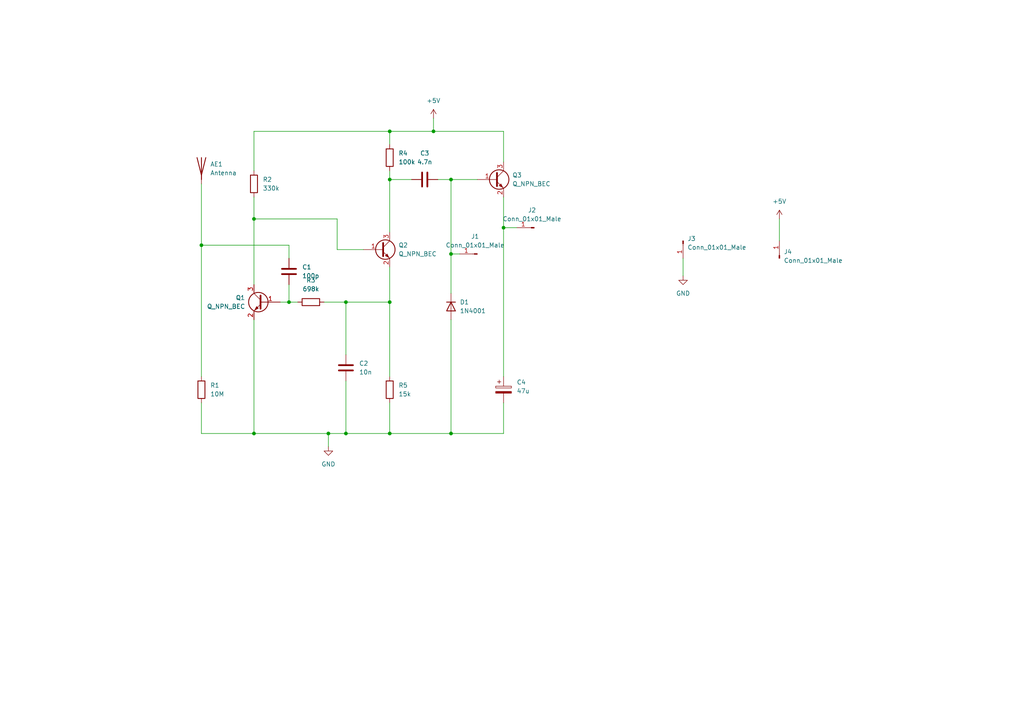
<source format=kicad_sch>
(kicad_sch (version 20211123) (generator eeschema)

  (uuid b13c04a4-296d-42bc-addc-9b44522c98ad)

  (paper "A4")

  (lib_symbols
    (symbol "Connector:Conn_01x01_Male" (pin_names (offset 1.016) hide) (in_bom yes) (on_board yes)
      (property "Reference" "J" (id 0) (at 0 2.54 0)
        (effects (font (size 1.27 1.27)))
      )
      (property "Value" "Conn_01x01_Male" (id 1) (at 0 -2.54 0)
        (effects (font (size 1.27 1.27)))
      )
      (property "Footprint" "" (id 2) (at 0 0 0)
        (effects (font (size 1.27 1.27)) hide)
      )
      (property "Datasheet" "~" (id 3) (at 0 0 0)
        (effects (font (size 1.27 1.27)) hide)
      )
      (property "ki_keywords" "connector" (id 4) (at 0 0 0)
        (effects (font (size 1.27 1.27)) hide)
      )
      (property "ki_description" "Generic connector, single row, 01x01, script generated (kicad-library-utils/schlib/autogen/connector/)" (id 5) (at 0 0 0)
        (effects (font (size 1.27 1.27)) hide)
      )
      (property "ki_fp_filters" "Connector*:*" (id 6) (at 0 0 0)
        (effects (font (size 1.27 1.27)) hide)
      )
      (symbol "Conn_01x01_Male_1_1"
        (polyline
          (pts
            (xy 1.27 0)
            (xy 0.8636 0)
          )
          (stroke (width 0.1524) (type default) (color 0 0 0 0))
          (fill (type none))
        )
        (rectangle (start 0.8636 0.127) (end 0 -0.127)
          (stroke (width 0.1524) (type default) (color 0 0 0 0))
          (fill (type outline))
        )
        (pin passive line (at 5.08 0 180) (length 3.81)
          (name "Pin_1" (effects (font (size 1.27 1.27))))
          (number "1" (effects (font (size 1.27 1.27))))
        )
      )
    )
    (symbol "Device:Antenna" (pin_numbers hide) (pin_names (offset 1.016) hide) (in_bom yes) (on_board yes)
      (property "Reference" "AE" (id 0) (at -1.905 1.905 0)
        (effects (font (size 1.27 1.27)) (justify right))
      )
      (property "Value" "Antenna" (id 1) (at -1.905 0 0)
        (effects (font (size 1.27 1.27)) (justify right))
      )
      (property "Footprint" "" (id 2) (at 0 0 0)
        (effects (font (size 1.27 1.27)) hide)
      )
      (property "Datasheet" "~" (id 3) (at 0 0 0)
        (effects (font (size 1.27 1.27)) hide)
      )
      (property "ki_keywords" "antenna" (id 4) (at 0 0 0)
        (effects (font (size 1.27 1.27)) hide)
      )
      (property "ki_description" "Antenna" (id 5) (at 0 0 0)
        (effects (font (size 1.27 1.27)) hide)
      )
      (symbol "Antenna_0_1"
        (polyline
          (pts
            (xy 0 2.54)
            (xy 0 -3.81)
          )
          (stroke (width 0.254) (type default) (color 0 0 0 0))
          (fill (type none))
        )
        (polyline
          (pts
            (xy 1.27 2.54)
            (xy 0 -2.54)
            (xy -1.27 2.54)
          )
          (stroke (width 0.254) (type default) (color 0 0 0 0))
          (fill (type none))
        )
      )
      (symbol "Antenna_1_1"
        (pin input line (at 0 -5.08 90) (length 2.54)
          (name "A" (effects (font (size 1.27 1.27))))
          (number "1" (effects (font (size 1.27 1.27))))
        )
      )
    )
    (symbol "Device:C" (pin_numbers hide) (pin_names (offset 0.254)) (in_bom yes) (on_board yes)
      (property "Reference" "C" (id 0) (at 0.635 2.54 0)
        (effects (font (size 1.27 1.27)) (justify left))
      )
      (property "Value" "C" (id 1) (at 0.635 -2.54 0)
        (effects (font (size 1.27 1.27)) (justify left))
      )
      (property "Footprint" "" (id 2) (at 0.9652 -3.81 0)
        (effects (font (size 1.27 1.27)) hide)
      )
      (property "Datasheet" "~" (id 3) (at 0 0 0)
        (effects (font (size 1.27 1.27)) hide)
      )
      (property "ki_keywords" "cap capacitor" (id 4) (at 0 0 0)
        (effects (font (size 1.27 1.27)) hide)
      )
      (property "ki_description" "Unpolarized capacitor" (id 5) (at 0 0 0)
        (effects (font (size 1.27 1.27)) hide)
      )
      (property "ki_fp_filters" "C_*" (id 6) (at 0 0 0)
        (effects (font (size 1.27 1.27)) hide)
      )
      (symbol "C_0_1"
        (polyline
          (pts
            (xy -2.032 -0.762)
            (xy 2.032 -0.762)
          )
          (stroke (width 0.508) (type default) (color 0 0 0 0))
          (fill (type none))
        )
        (polyline
          (pts
            (xy -2.032 0.762)
            (xy 2.032 0.762)
          )
          (stroke (width 0.508) (type default) (color 0 0 0 0))
          (fill (type none))
        )
      )
      (symbol "C_1_1"
        (pin passive line (at 0 3.81 270) (length 2.794)
          (name "~" (effects (font (size 1.27 1.27))))
          (number "1" (effects (font (size 1.27 1.27))))
        )
        (pin passive line (at 0 -3.81 90) (length 2.794)
          (name "~" (effects (font (size 1.27 1.27))))
          (number "2" (effects (font (size 1.27 1.27))))
        )
      )
    )
    (symbol "Device:C_Polarized" (pin_numbers hide) (pin_names (offset 0.254)) (in_bom yes) (on_board yes)
      (property "Reference" "C" (id 0) (at 0.635 2.54 0)
        (effects (font (size 1.27 1.27)) (justify left))
      )
      (property "Value" "C_Polarized" (id 1) (at 0.635 -2.54 0)
        (effects (font (size 1.27 1.27)) (justify left))
      )
      (property "Footprint" "" (id 2) (at 0.9652 -3.81 0)
        (effects (font (size 1.27 1.27)) hide)
      )
      (property "Datasheet" "~" (id 3) (at 0 0 0)
        (effects (font (size 1.27 1.27)) hide)
      )
      (property "ki_keywords" "cap capacitor" (id 4) (at 0 0 0)
        (effects (font (size 1.27 1.27)) hide)
      )
      (property "ki_description" "Polarized capacitor" (id 5) (at 0 0 0)
        (effects (font (size 1.27 1.27)) hide)
      )
      (property "ki_fp_filters" "CP_*" (id 6) (at 0 0 0)
        (effects (font (size 1.27 1.27)) hide)
      )
      (symbol "C_Polarized_0_1"
        (rectangle (start -2.286 0.508) (end 2.286 1.016)
          (stroke (width 0) (type default) (color 0 0 0 0))
          (fill (type none))
        )
        (polyline
          (pts
            (xy -1.778 2.286)
            (xy -0.762 2.286)
          )
          (stroke (width 0) (type default) (color 0 0 0 0))
          (fill (type none))
        )
        (polyline
          (pts
            (xy -1.27 2.794)
            (xy -1.27 1.778)
          )
          (stroke (width 0) (type default) (color 0 0 0 0))
          (fill (type none))
        )
        (rectangle (start 2.286 -0.508) (end -2.286 -1.016)
          (stroke (width 0) (type default) (color 0 0 0 0))
          (fill (type outline))
        )
      )
      (symbol "C_Polarized_1_1"
        (pin passive line (at 0 3.81 270) (length 2.794)
          (name "~" (effects (font (size 1.27 1.27))))
          (number "1" (effects (font (size 1.27 1.27))))
        )
        (pin passive line (at 0 -3.81 90) (length 2.794)
          (name "~" (effects (font (size 1.27 1.27))))
          (number "2" (effects (font (size 1.27 1.27))))
        )
      )
    )
    (symbol "Device:Q_NPN_BEC" (pin_names (offset 0) hide) (in_bom yes) (on_board yes)
      (property "Reference" "Q" (id 0) (at 5.08 1.27 0)
        (effects (font (size 1.27 1.27)) (justify left))
      )
      (property "Value" "Q_NPN_BEC" (id 1) (at 5.08 -1.27 0)
        (effects (font (size 1.27 1.27)) (justify left))
      )
      (property "Footprint" "" (id 2) (at 5.08 2.54 0)
        (effects (font (size 1.27 1.27)) hide)
      )
      (property "Datasheet" "~" (id 3) (at 0 0 0)
        (effects (font (size 1.27 1.27)) hide)
      )
      (property "ki_keywords" "transistor NPN" (id 4) (at 0 0 0)
        (effects (font (size 1.27 1.27)) hide)
      )
      (property "ki_description" "NPN transistor, base/emitter/collector" (id 5) (at 0 0 0)
        (effects (font (size 1.27 1.27)) hide)
      )
      (symbol "Q_NPN_BEC_0_1"
        (polyline
          (pts
            (xy 0.635 0.635)
            (xy 2.54 2.54)
          )
          (stroke (width 0) (type default) (color 0 0 0 0))
          (fill (type none))
        )
        (polyline
          (pts
            (xy 0.635 -0.635)
            (xy 2.54 -2.54)
            (xy 2.54 -2.54)
          )
          (stroke (width 0) (type default) (color 0 0 0 0))
          (fill (type none))
        )
        (polyline
          (pts
            (xy 0.635 1.905)
            (xy 0.635 -1.905)
            (xy 0.635 -1.905)
          )
          (stroke (width 0.508) (type default) (color 0 0 0 0))
          (fill (type none))
        )
        (polyline
          (pts
            (xy 1.27 -1.778)
            (xy 1.778 -1.27)
            (xy 2.286 -2.286)
            (xy 1.27 -1.778)
            (xy 1.27 -1.778)
          )
          (stroke (width 0) (type default) (color 0 0 0 0))
          (fill (type outline))
        )
        (circle (center 1.27 0) (radius 2.8194)
          (stroke (width 0.254) (type default) (color 0 0 0 0))
          (fill (type none))
        )
      )
      (symbol "Q_NPN_BEC_1_1"
        (pin input line (at -5.08 0 0) (length 5.715)
          (name "B" (effects (font (size 1.27 1.27))))
          (number "1" (effects (font (size 1.27 1.27))))
        )
        (pin passive line (at 2.54 -5.08 90) (length 2.54)
          (name "E" (effects (font (size 1.27 1.27))))
          (number "2" (effects (font (size 1.27 1.27))))
        )
        (pin passive line (at 2.54 5.08 270) (length 2.54)
          (name "C" (effects (font (size 1.27 1.27))))
          (number "3" (effects (font (size 1.27 1.27))))
        )
      )
    )
    (symbol "Device:R" (pin_numbers hide) (pin_names (offset 0)) (in_bom yes) (on_board yes)
      (property "Reference" "R" (id 0) (at 2.032 0 90)
        (effects (font (size 1.27 1.27)))
      )
      (property "Value" "R" (id 1) (at 0 0 90)
        (effects (font (size 1.27 1.27)))
      )
      (property "Footprint" "" (id 2) (at -1.778 0 90)
        (effects (font (size 1.27 1.27)) hide)
      )
      (property "Datasheet" "~" (id 3) (at 0 0 0)
        (effects (font (size 1.27 1.27)) hide)
      )
      (property "ki_keywords" "R res resistor" (id 4) (at 0 0 0)
        (effects (font (size 1.27 1.27)) hide)
      )
      (property "ki_description" "Resistor" (id 5) (at 0 0 0)
        (effects (font (size 1.27 1.27)) hide)
      )
      (property "ki_fp_filters" "R_*" (id 6) (at 0 0 0)
        (effects (font (size 1.27 1.27)) hide)
      )
      (symbol "R_0_1"
        (rectangle (start -1.016 -2.54) (end 1.016 2.54)
          (stroke (width 0.254) (type default) (color 0 0 0 0))
          (fill (type none))
        )
      )
      (symbol "R_1_1"
        (pin passive line (at 0 3.81 270) (length 1.27)
          (name "~" (effects (font (size 1.27 1.27))))
          (number "1" (effects (font (size 1.27 1.27))))
        )
        (pin passive line (at 0 -3.81 90) (length 1.27)
          (name "~" (effects (font (size 1.27 1.27))))
          (number "2" (effects (font (size 1.27 1.27))))
        )
      )
    )
    (symbol "Diode:1N4001" (pin_numbers hide) (pin_names (offset 1.016) hide) (in_bom yes) (on_board yes)
      (property "Reference" "D" (id 0) (at 0 2.54 0)
        (effects (font (size 1.27 1.27)))
      )
      (property "Value" "1N4001" (id 1) (at 0 -2.54 0)
        (effects (font (size 1.27 1.27)))
      )
      (property "Footprint" "Diode_THT:D_DO-41_SOD81_P10.16mm_Horizontal" (id 2) (at 0 -4.445 0)
        (effects (font (size 1.27 1.27)) hide)
      )
      (property "Datasheet" "http://www.vishay.com/docs/88503/1n4001.pdf" (id 3) (at 0 0 0)
        (effects (font (size 1.27 1.27)) hide)
      )
      (property "ki_keywords" "diode" (id 4) (at 0 0 0)
        (effects (font (size 1.27 1.27)) hide)
      )
      (property "ki_description" "50V 1A General Purpose Rectifier Diode, DO-41" (id 5) (at 0 0 0)
        (effects (font (size 1.27 1.27)) hide)
      )
      (property "ki_fp_filters" "D*DO?41*" (id 6) (at 0 0 0)
        (effects (font (size 1.27 1.27)) hide)
      )
      (symbol "1N4001_0_1"
        (polyline
          (pts
            (xy -1.27 1.27)
            (xy -1.27 -1.27)
          )
          (stroke (width 0.254) (type default) (color 0 0 0 0))
          (fill (type none))
        )
        (polyline
          (pts
            (xy 1.27 0)
            (xy -1.27 0)
          )
          (stroke (width 0) (type default) (color 0 0 0 0))
          (fill (type none))
        )
        (polyline
          (pts
            (xy 1.27 1.27)
            (xy 1.27 -1.27)
            (xy -1.27 0)
            (xy 1.27 1.27)
          )
          (stroke (width 0.254) (type default) (color 0 0 0 0))
          (fill (type none))
        )
      )
      (symbol "1N4001_1_1"
        (pin passive line (at -3.81 0 0) (length 2.54)
          (name "K" (effects (font (size 1.27 1.27))))
          (number "1" (effects (font (size 1.27 1.27))))
        )
        (pin passive line (at 3.81 0 180) (length 2.54)
          (name "A" (effects (font (size 1.27 1.27))))
          (number "2" (effects (font (size 1.27 1.27))))
        )
      )
    )
    (symbol "power:+5V" (power) (pin_names (offset 0)) (in_bom yes) (on_board yes)
      (property "Reference" "#PWR" (id 0) (at 0 -3.81 0)
        (effects (font (size 1.27 1.27)) hide)
      )
      (property "Value" "+5V" (id 1) (at 0 3.556 0)
        (effects (font (size 1.27 1.27)))
      )
      (property "Footprint" "" (id 2) (at 0 0 0)
        (effects (font (size 1.27 1.27)) hide)
      )
      (property "Datasheet" "" (id 3) (at 0 0 0)
        (effects (font (size 1.27 1.27)) hide)
      )
      (property "ki_keywords" "power-flag" (id 4) (at 0 0 0)
        (effects (font (size 1.27 1.27)) hide)
      )
      (property "ki_description" "Power symbol creates a global label with name \"+5V\"" (id 5) (at 0 0 0)
        (effects (font (size 1.27 1.27)) hide)
      )
      (symbol "+5V_0_1"
        (polyline
          (pts
            (xy -0.762 1.27)
            (xy 0 2.54)
          )
          (stroke (width 0) (type default) (color 0 0 0 0))
          (fill (type none))
        )
        (polyline
          (pts
            (xy 0 0)
            (xy 0 2.54)
          )
          (stroke (width 0) (type default) (color 0 0 0 0))
          (fill (type none))
        )
        (polyline
          (pts
            (xy 0 2.54)
            (xy 0.762 1.27)
          )
          (stroke (width 0) (type default) (color 0 0 0 0))
          (fill (type none))
        )
      )
      (symbol "+5V_1_1"
        (pin power_in line (at 0 0 90) (length 0) hide
          (name "+5V" (effects (font (size 1.27 1.27))))
          (number "1" (effects (font (size 1.27 1.27))))
        )
      )
    )
    (symbol "power:GND" (power) (pin_names (offset 0)) (in_bom yes) (on_board yes)
      (property "Reference" "#PWR" (id 0) (at 0 -6.35 0)
        (effects (font (size 1.27 1.27)) hide)
      )
      (property "Value" "GND" (id 1) (at 0 -3.81 0)
        (effects (font (size 1.27 1.27)))
      )
      (property "Footprint" "" (id 2) (at 0 0 0)
        (effects (font (size 1.27 1.27)) hide)
      )
      (property "Datasheet" "" (id 3) (at 0 0 0)
        (effects (font (size 1.27 1.27)) hide)
      )
      (property "ki_keywords" "power-flag" (id 4) (at 0 0 0)
        (effects (font (size 1.27 1.27)) hide)
      )
      (property "ki_description" "Power symbol creates a global label with name \"GND\" , ground" (id 5) (at 0 0 0)
        (effects (font (size 1.27 1.27)) hide)
      )
      (symbol "GND_0_1"
        (polyline
          (pts
            (xy 0 0)
            (xy 0 -1.27)
            (xy 1.27 -1.27)
            (xy 0 -2.54)
            (xy -1.27 -1.27)
            (xy 0 -1.27)
          )
          (stroke (width 0) (type default) (color 0 0 0 0))
          (fill (type none))
        )
      )
      (symbol "GND_1_1"
        (pin power_in line (at 0 0 270) (length 0) hide
          (name "GND" (effects (font (size 1.27 1.27))))
          (number "1" (effects (font (size 1.27 1.27))))
        )
      )
    )
  )

  (junction (at 130.81 73.66) (diameter 0) (color 0 0 0 0)
    (uuid 00fcf233-95db-4e96-8e0e-535478902c51)
  )
  (junction (at 73.66 125.73) (diameter 0) (color 0 0 0 0)
    (uuid 087e7e53-9a34-4be7-b693-bc4cb845150d)
  )
  (junction (at 130.81 125.73) (diameter 0) (color 0 0 0 0)
    (uuid 145170ee-c9d1-4cbb-9206-cf6fdbeafac3)
  )
  (junction (at 73.66 63.5) (diameter 0) (color 0 0 0 0)
    (uuid 2f77f545-ef84-4c1a-9ea2-1061f3913c54)
  )
  (junction (at 130.81 52.07) (diameter 0) (color 0 0 0 0)
    (uuid 44507f37-6086-4200-a839-c6daa2e9dd0e)
  )
  (junction (at 100.33 87.63) (diameter 0) (color 0 0 0 0)
    (uuid 5a230d44-16e6-421c-82e6-2839360bccc6)
  )
  (junction (at 95.25 125.73) (diameter 0) (color 0 0 0 0)
    (uuid 72697c0c-c092-4dcf-a9fb-d4aa2e18b244)
  )
  (junction (at 113.03 125.73) (diameter 0) (color 0 0 0 0)
    (uuid 73239166-d4c4-4159-87bc-b5e7ea02cebf)
  )
  (junction (at 100.33 125.73) (diameter 0) (color 0 0 0 0)
    (uuid 891e4526-0e6c-47c1-9955-198c20594c29)
  )
  (junction (at 83.82 87.63) (diameter 0) (color 0 0 0 0)
    (uuid 8c3bba82-ad52-4b17-9512-5c9c60ce3544)
  )
  (junction (at 113.03 52.07) (diameter 0) (color 0 0 0 0)
    (uuid 9b701a7b-fb16-4506-bfd3-11b800f478fe)
  )
  (junction (at 113.03 38.1) (diameter 0) (color 0 0 0 0)
    (uuid bdbd083b-45e9-4e62-8f4b-868e9f562459)
  )
  (junction (at 58.42 71.12) (diameter 0) (color 0 0 0 0)
    (uuid c0f0e2f0-f7a5-467e-acd2-da1aedc8b923)
  )
  (junction (at 113.03 87.63) (diameter 0) (color 0 0 0 0)
    (uuid de5ad805-ec86-42a8-929f-16e45591dfca)
  )
  (junction (at 125.73 38.1) (diameter 0) (color 0 0 0 0)
    (uuid eb9fbcdc-9593-42bc-8eea-8927cb4e21cf)
  )
  (junction (at 146.05 66.04) (diameter 0) (color 0 0 0 0)
    (uuid fa387b1d-dec8-4f37-a64a-cc41d22d7911)
  )

  (wire (pts (xy 100.33 125.73) (xy 113.03 125.73))
    (stroke (width 0) (type default) (color 0 0 0 0))
    (uuid 074ae0de-9c69-4f73-8329-ee79025924bc)
  )
  (wire (pts (xy 83.82 87.63) (xy 86.36 87.63))
    (stroke (width 0) (type default) (color 0 0 0 0))
    (uuid 16d7e283-eb63-4454-9952-1b53f65198d1)
  )
  (wire (pts (xy 73.66 57.15) (xy 73.66 63.5))
    (stroke (width 0) (type default) (color 0 0 0 0))
    (uuid 18ef43f5-fb53-4a9d-b7c2-43ce7e123bc7)
  )
  (wire (pts (xy 73.66 92.71) (xy 73.66 125.73))
    (stroke (width 0) (type default) (color 0 0 0 0))
    (uuid 1941ab30-0d70-4ac2-8e6c-38792627dbfc)
  )
  (wire (pts (xy 146.05 38.1) (xy 146.05 46.99))
    (stroke (width 0) (type default) (color 0 0 0 0))
    (uuid 1a06d66c-4700-4aca-9d77-f1a6d74d42d7)
  )
  (wire (pts (xy 58.42 116.84) (xy 58.42 125.73))
    (stroke (width 0) (type default) (color 0 0 0 0))
    (uuid 1cca5486-cc3b-444d-8839-b7c975084e3f)
  )
  (wire (pts (xy 100.33 87.63) (xy 113.03 87.63))
    (stroke (width 0) (type default) (color 0 0 0 0))
    (uuid 23762f14-351f-4f65-a3e8-9f73fafbbd3e)
  )
  (wire (pts (xy 73.66 63.5) (xy 73.66 82.55))
    (stroke (width 0) (type default) (color 0 0 0 0))
    (uuid 24af3171-b9bc-4ccb-bd14-d0539f6cd566)
  )
  (wire (pts (xy 146.05 109.22) (xy 146.05 66.04))
    (stroke (width 0) (type default) (color 0 0 0 0))
    (uuid 295f70de-1882-4d58-b09b-1e3f6dd0423d)
  )
  (wire (pts (xy 130.81 52.07) (xy 130.81 73.66))
    (stroke (width 0) (type default) (color 0 0 0 0))
    (uuid 2b8cd258-4329-4f83-b967-ee506fe581aa)
  )
  (wire (pts (xy 125.73 38.1) (xy 146.05 38.1))
    (stroke (width 0) (type default) (color 0 0 0 0))
    (uuid 373252a2-d961-4207-9281-e9c794f3b7e1)
  )
  (wire (pts (xy 81.28 87.63) (xy 83.82 87.63))
    (stroke (width 0) (type default) (color 0 0 0 0))
    (uuid 38a01b13-620f-47c7-8d6a-8f335dbb5481)
  )
  (wire (pts (xy 127 52.07) (xy 130.81 52.07))
    (stroke (width 0) (type default) (color 0 0 0 0))
    (uuid 3a3c96d8-8c3f-452b-909b-83ab7be2ba71)
  )
  (wire (pts (xy 226.06 63.5) (xy 226.06 69.85))
    (stroke (width 0) (type default) (color 0 0 0 0))
    (uuid 406b4340-6cec-40c5-a371-9da45894174d)
  )
  (wire (pts (xy 83.82 82.55) (xy 83.82 87.63))
    (stroke (width 0) (type default) (color 0 0 0 0))
    (uuid 448f00ba-48a8-4aa8-a835-39f03e363c6e)
  )
  (wire (pts (xy 93.98 87.63) (xy 100.33 87.63))
    (stroke (width 0) (type default) (color 0 0 0 0))
    (uuid 46aa6363-cb6a-4c3f-8f62-15ab1323fba3)
  )
  (wire (pts (xy 113.03 52.07) (xy 113.03 49.53))
    (stroke (width 0) (type default) (color 0 0 0 0))
    (uuid 48dbf6a1-2b48-4093-9f64-c0877693fd01)
  )
  (wire (pts (xy 73.66 49.53) (xy 73.66 38.1))
    (stroke (width 0) (type default) (color 0 0 0 0))
    (uuid 54d49879-368a-4187-ba6f-6b1645a4ec6a)
  )
  (wire (pts (xy 113.03 87.63) (xy 113.03 109.22))
    (stroke (width 0) (type default) (color 0 0 0 0))
    (uuid 577e5114-627d-4fa6-ae64-c1d8b797544d)
  )
  (wire (pts (xy 130.81 73.66) (xy 133.35 73.66))
    (stroke (width 0) (type default) (color 0 0 0 0))
    (uuid 591ef582-a65b-4ea0-94f2-593890ccce40)
  )
  (wire (pts (xy 146.05 66.04) (xy 149.86 66.04))
    (stroke (width 0) (type default) (color 0 0 0 0))
    (uuid 61e2a477-e630-421d-ab60-21c9fb01a97e)
  )
  (wire (pts (xy 146.05 116.84) (xy 146.05 125.73))
    (stroke (width 0) (type default) (color 0 0 0 0))
    (uuid 67b92e74-4e72-4831-85cb-ce8a80c79fb6)
  )
  (wire (pts (xy 113.03 77.47) (xy 113.03 87.63))
    (stroke (width 0) (type default) (color 0 0 0 0))
    (uuid 7ab701f8-ff8d-4a60-b170-e28ad3672988)
  )
  (wire (pts (xy 113.03 52.07) (xy 119.38 52.07))
    (stroke (width 0) (type default) (color 0 0 0 0))
    (uuid 83d3ff8f-d084-473c-ba42-c9b0f53c1ba6)
  )
  (wire (pts (xy 58.42 71.12) (xy 83.82 71.12))
    (stroke (width 0) (type default) (color 0 0 0 0))
    (uuid 888e7e5b-d254-4066-b87a-8e22f17432ec)
  )
  (wire (pts (xy 73.66 38.1) (xy 113.03 38.1))
    (stroke (width 0) (type default) (color 0 0 0 0))
    (uuid 89eda189-3c13-4c4a-8d5e-7749f7e89af1)
  )
  (wire (pts (xy 97.79 72.39) (xy 105.41 72.39))
    (stroke (width 0) (type default) (color 0 0 0 0))
    (uuid 8fd20cf9-fe0b-4447-96a8-4ce130ab6f0c)
  )
  (wire (pts (xy 113.03 38.1) (xy 113.03 41.91))
    (stroke (width 0) (type default) (color 0 0 0 0))
    (uuid 96687062-c086-40ea-b893-5dff21074b72)
  )
  (wire (pts (xy 113.03 38.1) (xy 125.73 38.1))
    (stroke (width 0) (type default) (color 0 0 0 0))
    (uuid 99088a38-92d0-4240-b877-25c433381ef0)
  )
  (wire (pts (xy 113.03 125.73) (xy 130.81 125.73))
    (stroke (width 0) (type default) (color 0 0 0 0))
    (uuid aaa1d6e6-7c2b-4141-8252-fa6286415e9d)
  )
  (wire (pts (xy 198.12 74.93) (xy 198.12 80.01))
    (stroke (width 0) (type default) (color 0 0 0 0))
    (uuid b2713117-ba96-4174-b469-7d51c2eee97e)
  )
  (wire (pts (xy 130.81 52.07) (xy 138.43 52.07))
    (stroke (width 0) (type default) (color 0 0 0 0))
    (uuid b437cb63-b2c3-4983-b239-25ae3dc358e4)
  )
  (wire (pts (xy 130.81 73.66) (xy 130.81 85.09))
    (stroke (width 0) (type default) (color 0 0 0 0))
    (uuid b599ca66-0e82-4556-96db-17a82781439f)
  )
  (wire (pts (xy 97.79 63.5) (xy 73.66 63.5))
    (stroke (width 0) (type default) (color 0 0 0 0))
    (uuid bbc1be13-69a6-4397-8e20-c07c65a1cff6)
  )
  (wire (pts (xy 95.25 129.54) (xy 95.25 125.73))
    (stroke (width 0) (type default) (color 0 0 0 0))
    (uuid c9eaa672-3771-4d61-94c8-cf8db47a8182)
  )
  (wire (pts (xy 130.81 125.73) (xy 146.05 125.73))
    (stroke (width 0) (type default) (color 0 0 0 0))
    (uuid cc768904-2018-4c31-8f3f-e3b1baf118a1)
  )
  (wire (pts (xy 146.05 66.04) (xy 146.05 57.15))
    (stroke (width 0) (type default) (color 0 0 0 0))
    (uuid cf4987af-bd97-4ae7-b4d8-d5a57bd9e7a0)
  )
  (wire (pts (xy 83.82 74.93) (xy 83.82 71.12))
    (stroke (width 0) (type default) (color 0 0 0 0))
    (uuid cf9a83f9-f218-454f-bedb-ab7989f69168)
  )
  (wire (pts (xy 113.03 116.84) (xy 113.03 125.73))
    (stroke (width 0) (type default) (color 0 0 0 0))
    (uuid d00f7168-0fde-4d3c-8f4d-b004043b6ec4)
  )
  (wire (pts (xy 58.42 53.34) (xy 58.42 71.12))
    (stroke (width 0) (type default) (color 0 0 0 0))
    (uuid d1074369-fe41-4d5e-999f-1c49a1be1fa0)
  )
  (wire (pts (xy 100.33 87.63) (xy 100.33 102.87))
    (stroke (width 0) (type default) (color 0 0 0 0))
    (uuid d2c209b5-6125-4b2d-99c3-f512210d4ff7)
  )
  (wire (pts (xy 58.42 109.22) (xy 58.42 71.12))
    (stroke (width 0) (type default) (color 0 0 0 0))
    (uuid d80353bf-77e0-4c00-b233-820852e4103c)
  )
  (wire (pts (xy 58.42 125.73) (xy 73.66 125.73))
    (stroke (width 0) (type default) (color 0 0 0 0))
    (uuid d882c7f6-cbf7-4ee9-9dff-aa6672e908da)
  )
  (wire (pts (xy 113.03 67.31) (xy 113.03 52.07))
    (stroke (width 0) (type default) (color 0 0 0 0))
    (uuid dbc530c4-0e26-45fb-b839-8032ab2bf510)
  )
  (wire (pts (xy 100.33 110.49) (xy 100.33 125.73))
    (stroke (width 0) (type default) (color 0 0 0 0))
    (uuid df9dbfe8-9134-49a1-9cc1-902273cc22a7)
  )
  (wire (pts (xy 97.79 72.39) (xy 97.79 63.5))
    (stroke (width 0) (type default) (color 0 0 0 0))
    (uuid e77e20e9-6607-4d92-855a-641975b96f62)
  )
  (wire (pts (xy 130.81 92.71) (xy 130.81 125.73))
    (stroke (width 0) (type default) (color 0 0 0 0))
    (uuid e78aef84-c022-48c4-b95d-fb3040879b73)
  )
  (wire (pts (xy 95.25 125.73) (xy 100.33 125.73))
    (stroke (width 0) (type default) (color 0 0 0 0))
    (uuid e8f35b9a-98b2-4a69-a24a-b65404976c42)
  )
  (wire (pts (xy 73.66 125.73) (xy 95.25 125.73))
    (stroke (width 0) (type default) (color 0 0 0 0))
    (uuid eaef509d-bfa6-4590-b8eb-16c730ea939b)
  )
  (wire (pts (xy 125.73 34.29) (xy 125.73 38.1))
    (stroke (width 0) (type default) (color 0 0 0 0))
    (uuid ef0dbd1e-75df-4f76-93cc-e617b56aa2e9)
  )

  (symbol (lib_id "Device:R") (at 113.03 113.03 180) (unit 1)
    (in_bom yes) (on_board yes) (fields_autoplaced)
    (uuid 06d597d3-0fed-4455-b33c-f7fc1784d2a7)
    (property "Reference" "R5" (id 0) (at 115.57 111.7599 0)
      (effects (font (size 1.27 1.27)) (justify right))
    )
    (property "Value" "15k" (id 1) (at 115.57 114.2999 0)
      (effects (font (size 1.27 1.27)) (justify right))
    )
    (property "Footprint" "Resistor_SMD:R_0805_2012Metric" (id 2) (at 114.808 113.03 90)
      (effects (font (size 1.27 1.27)) hide)
    )
    (property "Datasheet" "~" (id 3) (at 113.03 113.03 0)
      (effects (font (size 1.27 1.27)) hide)
    )
    (pin "1" (uuid c53e2716-0533-4a20-94f3-92051ebdd1f2))
    (pin "2" (uuid f2cda695-01c2-4ab8-a484-4fda7bed6093))
  )

  (symbol (lib_id "Connector:Conn_01x01_Male") (at 226.06 74.93 90) (unit 1)
    (in_bom yes) (on_board yes) (fields_autoplaced)
    (uuid 1cab8252-f2bc-4ef4-83dc-e488e2c5172b)
    (property "Reference" "J4" (id 0) (at 227.33 73.0249 90)
      (effects (font (size 1.27 1.27)) (justify right))
    )
    (property "Value" "Conn_01x01_Male" (id 1) (at 227.33 75.5649 90)
      (effects (font (size 1.27 1.27)) (justify right))
    )
    (property "Footprint" "Connector_PinHeader_2.54mm:PinHeader_1x01_P2.54mm_Vertical" (id 2) (at 226.06 74.93 0)
      (effects (font (size 1.27 1.27)) hide)
    )
    (property "Datasheet" "~" (id 3) (at 226.06 74.93 0)
      (effects (font (size 1.27 1.27)) hide)
    )
    (pin "1" (uuid efc2f557-555e-4c19-9870-45214eefbbfb))
  )

  (symbol (lib_id "Device:C_Polarized") (at 146.05 113.03 0) (unit 1)
    (in_bom yes) (on_board yes) (fields_autoplaced)
    (uuid 20318b9f-c1f9-4b7f-99f0-3c0f1e43de67)
    (property "Reference" "C4" (id 0) (at 149.86 110.8709 0)
      (effects (font (size 1.27 1.27)) (justify left))
    )
    (property "Value" "47u" (id 1) (at 149.86 113.4109 0)
      (effects (font (size 1.27 1.27)) (justify left))
    )
    (property "Footprint" "Capacitor_SMD:CP_Elec_6.3x5.8" (id 2) (at 147.0152 116.84 0)
      (effects (font (size 1.27 1.27)) hide)
    )
    (property "Datasheet" "~" (id 3) (at 146.05 113.03 0)
      (effects (font (size 1.27 1.27)) hide)
    )
    (pin "1" (uuid 014fa420-4e11-443c-9c19-3e570312d985))
    (pin "2" (uuid 7b9a1943-b41e-4c2d-9919-ed43543cd04d))
  )

  (symbol (lib_id "Device:R") (at 113.03 45.72 0) (unit 1)
    (in_bom yes) (on_board yes) (fields_autoplaced)
    (uuid 3387060e-b4b6-4289-aa2c-c24b0d59b531)
    (property "Reference" "R4" (id 0) (at 115.57 44.4499 0)
      (effects (font (size 1.27 1.27)) (justify left))
    )
    (property "Value" "100k" (id 1) (at 115.57 46.9899 0)
      (effects (font (size 1.27 1.27)) (justify left))
    )
    (property "Footprint" "Resistor_SMD:R_0805_2012Metric" (id 2) (at 111.252 45.72 90)
      (effects (font (size 1.27 1.27)) hide)
    )
    (property "Datasheet" "~" (id 3) (at 113.03 45.72 0)
      (effects (font (size 1.27 1.27)) hide)
    )
    (pin "1" (uuid 360d619f-1fd5-4b1d-ae30-0e518670a9d1))
    (pin "2" (uuid 7e790545-4b18-4ab6-ab83-60b4e94cf073))
  )

  (symbol (lib_id "Device:R") (at 90.17 87.63 90) (unit 1)
    (in_bom yes) (on_board yes) (fields_autoplaced)
    (uuid 3cbbe6d5-490a-41e6-905f-564952fe707b)
    (property "Reference" "R3" (id 0) (at 90.17 81.28 90))
    (property "Value" "698k" (id 1) (at 90.17 83.82 90))
    (property "Footprint" "Resistor_SMD:R_0805_2012Metric" (id 2) (at 90.17 89.408 90)
      (effects (font (size 1.27 1.27)) hide)
    )
    (property "Datasheet" "~" (id 3) (at 90.17 87.63 0)
      (effects (font (size 1.27 1.27)) hide)
    )
    (pin "1" (uuid f8022657-f820-458a-9a75-5588189fbb6f))
    (pin "2" (uuid 09695be7-f182-4628-9e13-324025d1594d))
  )

  (symbol (lib_id "Device:Q_NPN_BEC") (at 76.2 87.63 0) (mirror y) (unit 1)
    (in_bom yes) (on_board yes) (fields_autoplaced)
    (uuid 4b0751ce-0cb1-40d9-bcc8-b46eac04dfbb)
    (property "Reference" "Q1" (id 0) (at 71.12 86.3599 0)
      (effects (font (size 1.27 1.27)) (justify left))
    )
    (property "Value" "Q_NPN_BEC" (id 1) (at 71.12 88.8999 0)
      (effects (font (size 1.27 1.27)) (justify left))
    )
    (property "Footprint" "Package_TO_SOT_SMD:SOT-23" (id 2) (at 71.12 85.09 0)
      (effects (font (size 1.27 1.27)) hide)
    )
    (property "Datasheet" "~" (id 3) (at 76.2 87.63 0)
      (effects (font (size 1.27 1.27)) hide)
    )
    (pin "1" (uuid 1e5db215-e7b1-47c2-8b68-dd3edff80ace))
    (pin "2" (uuid 81b511f2-c15b-49d7-af30-24c63b6bcc63))
    (pin "3" (uuid a0ddcaad-609c-4658-8432-ac4c2b4c8d62))
  )

  (symbol (lib_id "Device:C") (at 83.82 78.74 0) (unit 1)
    (in_bom yes) (on_board yes) (fields_autoplaced)
    (uuid 63c46f34-ab69-484b-8e2e-d02ce5bd9cc4)
    (property "Reference" "C1" (id 0) (at 87.63 77.4699 0)
      (effects (font (size 1.27 1.27)) (justify left))
    )
    (property "Value" "100p" (id 1) (at 87.63 80.0099 0)
      (effects (font (size 1.27 1.27)) (justify left))
    )
    (property "Footprint" "Capacitor_SMD:C_0603_1608Metric" (id 2) (at 84.7852 82.55 0)
      (effects (font (size 1.27 1.27)) hide)
    )
    (property "Datasheet" "~" (id 3) (at 83.82 78.74 0)
      (effects (font (size 1.27 1.27)) hide)
    )
    (pin "1" (uuid 3434dc8d-8c63-4c87-b51c-2d12d370c1bb))
    (pin "2" (uuid 150c4afc-ea54-40c2-8c3b-4f82e9019d1e))
  )

  (symbol (lib_id "Connector:Conn_01x01_Male") (at 154.94 66.04 180) (unit 1)
    (in_bom yes) (on_board yes) (fields_autoplaced)
    (uuid 73e61ac9-87e4-4c8e-a995-0c908e306db8)
    (property "Reference" "J2" (id 0) (at 154.305 60.96 0))
    (property "Value" "Conn_01x01_Male" (id 1) (at 154.305 63.5 0))
    (property "Footprint" "Connector_PinHeader_2.54mm:PinHeader_1x01_P2.54mm_Vertical" (id 2) (at 154.94 66.04 0)
      (effects (font (size 1.27 1.27)) hide)
    )
    (property "Datasheet" "~" (id 3) (at 154.94 66.04 0)
      (effects (font (size 1.27 1.27)) hide)
    )
    (pin "1" (uuid dd59a2e7-6806-496c-a63c-f43deab63403))
  )

  (symbol (lib_id "Connector:Conn_01x01_Male") (at 138.43 73.66 180) (unit 1)
    (in_bom yes) (on_board yes) (fields_autoplaced)
    (uuid 76e4fc1b-4e7f-4e9e-b7e3-b57444f09e50)
    (property "Reference" "J1" (id 0) (at 137.795 68.58 0))
    (property "Value" "Conn_01x01_Male" (id 1) (at 137.795 71.12 0))
    (property "Footprint" "Connector_PinHeader_2.54mm:PinHeader_1x01_P2.54mm_Vertical" (id 2) (at 138.43 73.66 0)
      (effects (font (size 1.27 1.27)) hide)
    )
    (property "Datasheet" "~" (id 3) (at 138.43 73.66 0)
      (effects (font (size 1.27 1.27)) hide)
    )
    (pin "1" (uuid cd9a8e17-c27f-4c52-8cf7-8851efbd94e3))
  )

  (symbol (lib_id "Device:R") (at 58.42 113.03 0) (unit 1)
    (in_bom yes) (on_board yes) (fields_autoplaced)
    (uuid 7b252bcd-66e2-4d76-8474-2699a379287c)
    (property "Reference" "R1" (id 0) (at 60.96 111.7599 0)
      (effects (font (size 1.27 1.27)) (justify left))
    )
    (property "Value" "10M" (id 1) (at 60.96 114.2999 0)
      (effects (font (size 1.27 1.27)) (justify left))
    )
    (property "Footprint" "Resistor_SMD:R_0805_2012Metric" (id 2) (at 56.642 113.03 90)
      (effects (font (size 1.27 1.27)) hide)
    )
    (property "Datasheet" "~" (id 3) (at 58.42 113.03 0)
      (effects (font (size 1.27 1.27)) hide)
    )
    (pin "1" (uuid e4de33d0-a3a6-4e2f-a292-eeaea480e5c7))
    (pin "2" (uuid a657c47e-a9f1-4f2c-adb9-57ace5ecc95c))
  )

  (symbol (lib_id "Diode:1N4001") (at 130.81 88.9 270) (unit 1)
    (in_bom yes) (on_board yes) (fields_autoplaced)
    (uuid 7b50420f-a3c8-4c2f-972e-ce29d2caa206)
    (property "Reference" "D1" (id 0) (at 133.35 87.6299 90)
      (effects (font (size 1.27 1.27)) (justify left))
    )
    (property "Value" "1N4001" (id 1) (at 133.35 90.1699 90)
      (effects (font (size 1.27 1.27)) (justify left))
    )
    (property "Footprint" "Diode_SMD:D_SOD-123" (id 2) (at 126.365 88.9 0)
      (effects (font (size 1.27 1.27)) hide)
    )
    (property "Datasheet" "http://www.vishay.com/docs/88503/1n4001.pdf" (id 3) (at 130.81 88.9 0)
      (effects (font (size 1.27 1.27)) hide)
    )
    (pin "1" (uuid e160d013-bc27-498a-9a8e-7d50e5f02958))
    (pin "2" (uuid b0ac2203-f9af-4fb2-a47b-0f1f9b321f7e))
  )

  (symbol (lib_id "Device:Q_NPN_BEC") (at 110.49 72.39 0) (unit 1)
    (in_bom yes) (on_board yes) (fields_autoplaced)
    (uuid 7eabebf5-650a-4bc2-a9da-fd341371903e)
    (property "Reference" "Q2" (id 0) (at 115.57 71.1199 0)
      (effects (font (size 1.27 1.27)) (justify left))
    )
    (property "Value" "Q_NPN_BEC" (id 1) (at 115.57 73.6599 0)
      (effects (font (size 1.27 1.27)) (justify left))
    )
    (property "Footprint" "Package_TO_SOT_SMD:SOT-23" (id 2) (at 115.57 69.85 0)
      (effects (font (size 1.27 1.27)) hide)
    )
    (property "Datasheet" "~" (id 3) (at 110.49 72.39 0)
      (effects (font (size 1.27 1.27)) hide)
    )
    (pin "1" (uuid 5a748e1e-05a9-48ca-ac6d-059276133769))
    (pin "2" (uuid b2bdca21-cc98-42e1-a150-5ea4693e5ca3))
    (pin "3" (uuid 6260db7d-4b9b-4e9e-9bf7-028e7abc88ce))
  )

  (symbol (lib_id "Device:Antenna") (at 58.42 48.26 0) (unit 1)
    (in_bom yes) (on_board yes) (fields_autoplaced)
    (uuid 800a0564-51a2-4c66-9780-d54337a139a0)
    (property "Reference" "AE1" (id 0) (at 60.96 47.6249 0)
      (effects (font (size 1.27 1.27)) (justify left))
    )
    (property "Value" "Antenna" (id 1) (at 60.96 50.1649 0)
      (effects (font (size 1.27 1.27)) (justify left))
    )
    (property "Footprint" "Connector_PinHeader_2.54mm:PinHeader_1x01_P2.54mm_Vertical" (id 2) (at 58.42 48.26 0)
      (effects (font (size 1.27 1.27)) hide)
    )
    (property "Datasheet" "~" (id 3) (at 58.42 48.26 0)
      (effects (font (size 1.27 1.27)) hide)
    )
    (pin "1" (uuid 123d052c-4f6c-4f9d-b892-0c6711f5df93))
  )

  (symbol (lib_id "Device:Q_NPN_BEC") (at 143.51 52.07 0) (unit 1)
    (in_bom yes) (on_board yes) (fields_autoplaced)
    (uuid 8177a433-5b7e-489b-8fd1-3d7e32cf0338)
    (property "Reference" "Q3" (id 0) (at 148.59 50.7999 0)
      (effects (font (size 1.27 1.27)) (justify left))
    )
    (property "Value" "Q_NPN_BEC" (id 1) (at 148.59 53.3399 0)
      (effects (font (size 1.27 1.27)) (justify left))
    )
    (property "Footprint" "Package_TO_SOT_SMD:SOT-23" (id 2) (at 148.59 49.53 0)
      (effects (font (size 1.27 1.27)) hide)
    )
    (property "Datasheet" "~" (id 3) (at 143.51 52.07 0)
      (effects (font (size 1.27 1.27)) hide)
    )
    (pin "1" (uuid f32e6ce1-775b-4e5a-96f6-b00a5db22fba))
    (pin "2" (uuid 021a3db4-f4ed-487a-86b0-29f489f2b032))
    (pin "3" (uuid 01d52377-8a58-46ec-8c7e-50d2be13041a))
  )

  (symbol (lib_id "Device:C") (at 100.33 106.68 0) (unit 1)
    (in_bom yes) (on_board yes) (fields_autoplaced)
    (uuid 904df9ac-05f9-49a7-9d63-f2fbd500bad0)
    (property "Reference" "C2" (id 0) (at 104.14 105.4099 0)
      (effects (font (size 1.27 1.27)) (justify left))
    )
    (property "Value" "10n" (id 1) (at 104.14 107.9499 0)
      (effects (font (size 1.27 1.27)) (justify left))
    )
    (property "Footprint" "Capacitor_SMD:C_0805_2012Metric" (id 2) (at 101.2952 110.49 0)
      (effects (font (size 1.27 1.27)) hide)
    )
    (property "Datasheet" "~" (id 3) (at 100.33 106.68 0)
      (effects (font (size 1.27 1.27)) hide)
    )
    (pin "1" (uuid b81dcb01-1a5f-41a9-ba26-486bd531132b))
    (pin "2" (uuid d61b2302-d12e-4503-a3ea-981cae0f3d09))
  )

  (symbol (lib_id "Device:C") (at 123.19 52.07 90) (unit 1)
    (in_bom yes) (on_board yes) (fields_autoplaced)
    (uuid 9ff5a8da-88e9-4c89-a65e-a42073fc4c65)
    (property "Reference" "C3" (id 0) (at 123.19 44.45 90))
    (property "Value" "4.7n" (id 1) (at 123.19 46.99 90))
    (property "Footprint" "Capacitor_SMD:C_0603_1608Metric" (id 2) (at 127 51.1048 0)
      (effects (font (size 1.27 1.27)) hide)
    )
    (property "Datasheet" "~" (id 3) (at 123.19 52.07 0)
      (effects (font (size 1.27 1.27)) hide)
    )
    (pin "1" (uuid 56a5c934-674e-4899-88b3-719a7ed45d65))
    (pin "2" (uuid b2db6da5-0131-43c3-9cc5-33374131bfd5))
  )

  (symbol (lib_id "Device:R") (at 73.66 53.34 0) (unit 1)
    (in_bom yes) (on_board yes) (fields_autoplaced)
    (uuid b73a1958-eeca-4fc1-8ddc-d9ce76cc135f)
    (property "Reference" "R2" (id 0) (at 76.2 52.0699 0)
      (effects (font (size 1.27 1.27)) (justify left))
    )
    (property "Value" "330k" (id 1) (at 76.2 54.6099 0)
      (effects (font (size 1.27 1.27)) (justify left))
    )
    (property "Footprint" "Resistor_SMD:R_0805_2012Metric" (id 2) (at 71.882 53.34 90)
      (effects (font (size 1.27 1.27)) hide)
    )
    (property "Datasheet" "~" (id 3) (at 73.66 53.34 0)
      (effects (font (size 1.27 1.27)) hide)
    )
    (pin "1" (uuid 5bd6a599-3efc-41a9-b9f0-1caf8e603de1))
    (pin "2" (uuid 9e2c9862-5bf8-455a-874f-677ce8a1952e))
  )

  (symbol (lib_id "power:+5V") (at 125.73 34.29 0) (unit 1)
    (in_bom yes) (on_board yes) (fields_autoplaced)
    (uuid ca2628ee-ee16-48ca-8b3c-039cdcd55020)
    (property "Reference" "#PWR02" (id 0) (at 125.73 38.1 0)
      (effects (font (size 1.27 1.27)) hide)
    )
    (property "Value" "+5V" (id 1) (at 125.73 29.21 0))
    (property "Footprint" "" (id 2) (at 125.73 34.29 0)
      (effects (font (size 1.27 1.27)) hide)
    )
    (property "Datasheet" "" (id 3) (at 125.73 34.29 0)
      (effects (font (size 1.27 1.27)) hide)
    )
    (pin "1" (uuid 61162168-0bd6-4c15-8971-707dda076996))
  )

  (symbol (lib_id "Connector:Conn_01x01_Male") (at 198.12 69.85 270) (unit 1)
    (in_bom yes) (on_board yes) (fields_autoplaced)
    (uuid d28ace65-bdcb-40a8-b57d-98f43af9f99b)
    (property "Reference" "J3" (id 0) (at 199.39 69.2149 90)
      (effects (font (size 1.27 1.27)) (justify left))
    )
    (property "Value" "Conn_01x01_Male" (id 1) (at 199.39 71.7549 90)
      (effects (font (size 1.27 1.27)) (justify left))
    )
    (property "Footprint" "Connector_PinHeader_2.54mm:PinHeader_1x01_P2.54mm_Vertical" (id 2) (at 198.12 69.85 0)
      (effects (font (size 1.27 1.27)) hide)
    )
    (property "Datasheet" "~" (id 3) (at 198.12 69.85 0)
      (effects (font (size 1.27 1.27)) hide)
    )
    (pin "1" (uuid 40346949-6192-4273-9491-cf98bb7aa422))
  )

  (symbol (lib_id "power:+5V") (at 226.06 63.5 0) (unit 1)
    (in_bom yes) (on_board yes) (fields_autoplaced)
    (uuid d91c65c1-8ac8-42b2-bd4e-0e1f80f6b01f)
    (property "Reference" "#PWR04" (id 0) (at 226.06 67.31 0)
      (effects (font (size 1.27 1.27)) hide)
    )
    (property "Value" "+5V" (id 1) (at 226.06 58.42 0))
    (property "Footprint" "" (id 2) (at 226.06 63.5 0)
      (effects (font (size 1.27 1.27)) hide)
    )
    (property "Datasheet" "" (id 3) (at 226.06 63.5 0)
      (effects (font (size 1.27 1.27)) hide)
    )
    (pin "1" (uuid 4116d934-0f1e-44a0-9027-cc04a3eaadff))
  )

  (symbol (lib_id "power:GND") (at 198.12 80.01 0) (unit 1)
    (in_bom yes) (on_board yes) (fields_autoplaced)
    (uuid d9f3e25a-97ef-4eb0-b7bc-0edc56756803)
    (property "Reference" "#PWR03" (id 0) (at 198.12 86.36 0)
      (effects (font (size 1.27 1.27)) hide)
    )
    (property "Value" "GND" (id 1) (at 198.12 85.09 0))
    (property "Footprint" "" (id 2) (at 198.12 80.01 0)
      (effects (font (size 1.27 1.27)) hide)
    )
    (property "Datasheet" "" (id 3) (at 198.12 80.01 0)
      (effects (font (size 1.27 1.27)) hide)
    )
    (pin "1" (uuid caedb58b-79b1-4879-9aca-7a90a75179b0))
  )

  (symbol (lib_id "power:GND") (at 95.25 129.54 0) (unit 1)
    (in_bom yes) (on_board yes) (fields_autoplaced)
    (uuid da84f209-0cb0-483d-955f-ca5fbc360cd0)
    (property "Reference" "#PWR01" (id 0) (at 95.25 135.89 0)
      (effects (font (size 1.27 1.27)) hide)
    )
    (property "Value" "GND" (id 1) (at 95.25 134.62 0))
    (property "Footprint" "" (id 2) (at 95.25 129.54 0)
      (effects (font (size 1.27 1.27)) hide)
    )
    (property "Datasheet" "" (id 3) (at 95.25 129.54 0)
      (effects (font (size 1.27 1.27)) hide)
    )
    (pin "1" (uuid a13a988c-9b89-469c-9cad-703a43e779b8))
  )

  (sheet_instances
    (path "/" (page "1"))
  )

  (symbol_instances
    (path "/da84f209-0cb0-483d-955f-ca5fbc360cd0"
      (reference "#PWR01") (unit 1) (value "GND") (footprint "")
    )
    (path "/ca2628ee-ee16-48ca-8b3c-039cdcd55020"
      (reference "#PWR02") (unit 1) (value "+5V") (footprint "")
    )
    (path "/d9f3e25a-97ef-4eb0-b7bc-0edc56756803"
      (reference "#PWR03") (unit 1) (value "GND") (footprint "")
    )
    (path "/d91c65c1-8ac8-42b2-bd4e-0e1f80f6b01f"
      (reference "#PWR04") (unit 1) (value "+5V") (footprint "")
    )
    (path "/800a0564-51a2-4c66-9780-d54337a139a0"
      (reference "AE1") (unit 1) (value "Antenna") (footprint "Connector_PinHeader_2.54mm:PinHeader_1x01_P2.54mm_Vertical")
    )
    (path "/63c46f34-ab69-484b-8e2e-d02ce5bd9cc4"
      (reference "C1") (unit 1) (value "100p") (footprint "Capacitor_SMD:C_0603_1608Metric")
    )
    (path "/904df9ac-05f9-49a7-9d63-f2fbd500bad0"
      (reference "C2") (unit 1) (value "10n") (footprint "Capacitor_SMD:C_0805_2012Metric")
    )
    (path "/9ff5a8da-88e9-4c89-a65e-a42073fc4c65"
      (reference "C3") (unit 1) (value "4.7n") (footprint "Capacitor_SMD:C_0603_1608Metric")
    )
    (path "/20318b9f-c1f9-4b7f-99f0-3c0f1e43de67"
      (reference "C4") (unit 1) (value "47u") (footprint "Capacitor_SMD:CP_Elec_6.3x5.8")
    )
    (path "/7b50420f-a3c8-4c2f-972e-ce29d2caa206"
      (reference "D1") (unit 1) (value "1N4001") (footprint "Diode_SMD:D_SOD-123")
    )
    (path "/76e4fc1b-4e7f-4e9e-b7e3-b57444f09e50"
      (reference "J1") (unit 1) (value "Conn_01x01_Male") (footprint "Connector_PinHeader_2.54mm:PinHeader_1x01_P2.54mm_Vertical")
    )
    (path "/73e61ac9-87e4-4c8e-a995-0c908e306db8"
      (reference "J2") (unit 1) (value "Conn_01x01_Male") (footprint "Connector_PinHeader_2.54mm:PinHeader_1x01_P2.54mm_Vertical")
    )
    (path "/d28ace65-bdcb-40a8-b57d-98f43af9f99b"
      (reference "J3") (unit 1) (value "Conn_01x01_Male") (footprint "Connector_PinHeader_2.54mm:PinHeader_1x01_P2.54mm_Vertical")
    )
    (path "/1cab8252-f2bc-4ef4-83dc-e488e2c5172b"
      (reference "J4") (unit 1) (value "Conn_01x01_Male") (footprint "Connector_PinHeader_2.54mm:PinHeader_1x01_P2.54mm_Vertical")
    )
    (path "/4b0751ce-0cb1-40d9-bcc8-b46eac04dfbb"
      (reference "Q1") (unit 1) (value "Q_NPN_BEC") (footprint "Package_TO_SOT_SMD:SOT-23")
    )
    (path "/7eabebf5-650a-4bc2-a9da-fd341371903e"
      (reference "Q2") (unit 1) (value "Q_NPN_BEC") (footprint "Package_TO_SOT_SMD:SOT-23")
    )
    (path "/8177a433-5b7e-489b-8fd1-3d7e32cf0338"
      (reference "Q3") (unit 1) (value "Q_NPN_BEC") (footprint "Package_TO_SOT_SMD:SOT-23")
    )
    (path "/7b252bcd-66e2-4d76-8474-2699a379287c"
      (reference "R1") (unit 1) (value "10M") (footprint "Resistor_SMD:R_0805_2012Metric")
    )
    (path "/b73a1958-eeca-4fc1-8ddc-d9ce76cc135f"
      (reference "R2") (unit 1) (value "330k") (footprint "Resistor_SMD:R_0805_2012Metric")
    )
    (path "/3cbbe6d5-490a-41e6-905f-564952fe707b"
      (reference "R3") (unit 1) (value "698k") (footprint "Resistor_SMD:R_0805_2012Metric")
    )
    (path "/3387060e-b4b6-4289-aa2c-c24b0d59b531"
      (reference "R4") (unit 1) (value "100k") (footprint "Resistor_SMD:R_0805_2012Metric")
    )
    (path "/06d597d3-0fed-4455-b33c-f7fc1784d2a7"
      (reference "R5") (unit 1) (value "15k") (footprint "Resistor_SMD:R_0805_2012Metric")
    )
  )
)

</source>
